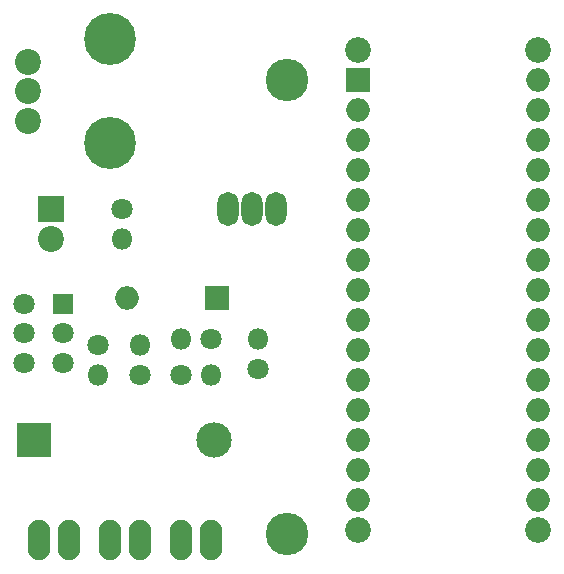
<source format=gbr>
G04 #@! TF.GenerationSoftware,KiCad,Pcbnew,(5.0.0)*
G04 #@! TF.CreationDate,2018-07-27T16:01:01+01:00*
G04 #@! TF.ProjectId,OpenSpritzer,4F70656E53707269747A65722E6B6963,rev?*
G04 #@! TF.SameCoordinates,Original*
G04 #@! TF.FileFunction,Soldermask,Top*
G04 #@! TF.FilePolarity,Negative*
%FSLAX46Y46*%
G04 Gerber Fmt 4.6, Leading zero omitted, Abs format (unit mm)*
G04 Created by KiCad (PCBNEW (5.0.0)) date 07/27/18 16:01:01*
%MOMM*%
%LPD*%
G01*
G04 APERTURE LIST*
%ADD10O,1.800000X2.900000*%
%ADD11C,4.400000*%
%ADD12C,2.200000*%
%ADD13C,1.800000*%
%ADD14R,1.800000X1.800000*%
%ADD15C,2.180000*%
%ADD16O,2.000000X2.000000*%
%ADD17R,2.000000X2.000000*%
%ADD18R,2.200000X2.200000*%
%ADD19O,3.000000X3.000000*%
%ADD20R,3.000000X3.000000*%
%ADD21O,1.910000X3.410000*%
%ADD22O,1.800000X1.800000*%
%ADD23C,3.600000*%
G04 APERTURE END LIST*
D10*
G04 #@! TO.C,Q1*
X106000000Y-98000000D03*
X102000000Y-98000000D03*
X104000000Y-98000000D03*
G04 #@! TD*
D11*
G04 #@! TO.C,RV1*
X92000000Y-92400000D03*
X92000000Y-83600000D03*
D12*
X85000000Y-90500000D03*
X85000000Y-88000000D03*
X85000000Y-85500000D03*
G04 #@! TD*
D13*
G04 #@! TO.C,SW1*
X84700000Y-111000000D03*
X84700000Y-108500000D03*
X84700000Y-106000000D03*
X88000000Y-111000000D03*
X88000000Y-108500000D03*
D14*
X88000000Y-106000000D03*
G04 #@! TD*
D15*
G04 #@! TO.C,A1*
X113000000Y-125100000D03*
X128240000Y-125100000D03*
X128240000Y-84460000D03*
X113000000Y-84460000D03*
D16*
X128240000Y-122560000D03*
X113000000Y-122560000D03*
X128240000Y-87000000D03*
X113000000Y-120020000D03*
X128240000Y-89540000D03*
X113000000Y-117480000D03*
X128240000Y-92080000D03*
X113000000Y-114940000D03*
X128240000Y-94620000D03*
X113000000Y-112400000D03*
X128240000Y-97160000D03*
X113000000Y-109860000D03*
X128240000Y-99700000D03*
X113000000Y-107320000D03*
X128240000Y-102240000D03*
X113000000Y-104780000D03*
X128240000Y-104780000D03*
X113000000Y-102240000D03*
X128240000Y-107320000D03*
X113000000Y-99700000D03*
X128240000Y-109860000D03*
X113000000Y-97160000D03*
X128240000Y-112400000D03*
X113000000Y-94620000D03*
X128240000Y-114940000D03*
X113000000Y-92080000D03*
X128240000Y-117480000D03*
X113000000Y-89540000D03*
X128240000Y-120020000D03*
D17*
X113000000Y-87000000D03*
G04 #@! TD*
D12*
G04 #@! TO.C,D1*
X87000000Y-100540000D03*
D18*
X87000000Y-98000000D03*
G04 #@! TD*
D17*
G04 #@! TO.C,D2*
X101000000Y-105500000D03*
D16*
X93380000Y-105500000D03*
G04 #@! TD*
D19*
G04 #@! TO.C,D3*
X100740000Y-117500000D03*
D20*
X85500000Y-117500000D03*
G04 #@! TD*
D21*
G04 #@! TO.C,J1*
X88540000Y-126000000D03*
X86000000Y-126000000D03*
G04 #@! TD*
G04 #@! TO.C,J2*
X94540000Y-126000000D03*
X92000000Y-126000000D03*
G04 #@! TD*
G04 #@! TO.C,J3*
X98000000Y-126000000D03*
X100540000Y-126000000D03*
G04 #@! TD*
D13*
G04 #@! TO.C,R1*
X93000000Y-98000000D03*
D22*
X93000000Y-100540000D03*
G04 #@! TD*
G04 #@! TO.C,R2*
X91000000Y-112040000D03*
D13*
X91000000Y-109500000D03*
G04 #@! TD*
D22*
G04 #@! TO.C,R3*
X94500000Y-109460000D03*
D13*
X94500000Y-112000000D03*
G04 #@! TD*
D22*
G04 #@! TO.C,R4*
X97960000Y-109000000D03*
D13*
X100500000Y-109000000D03*
G04 #@! TD*
G04 #@! TO.C,R5*
X98000000Y-112000000D03*
D22*
X100540000Y-112000000D03*
G04 #@! TD*
G04 #@! TO.C,R6*
X104500000Y-108960000D03*
D13*
X104500000Y-111500000D03*
G04 #@! TD*
D23*
G04 #@! TO.C,*
X107000000Y-125500000D03*
G04 #@! TD*
G04 #@! TO.C,*
X107000000Y-87000000D03*
G04 #@! TD*
M02*

</source>
